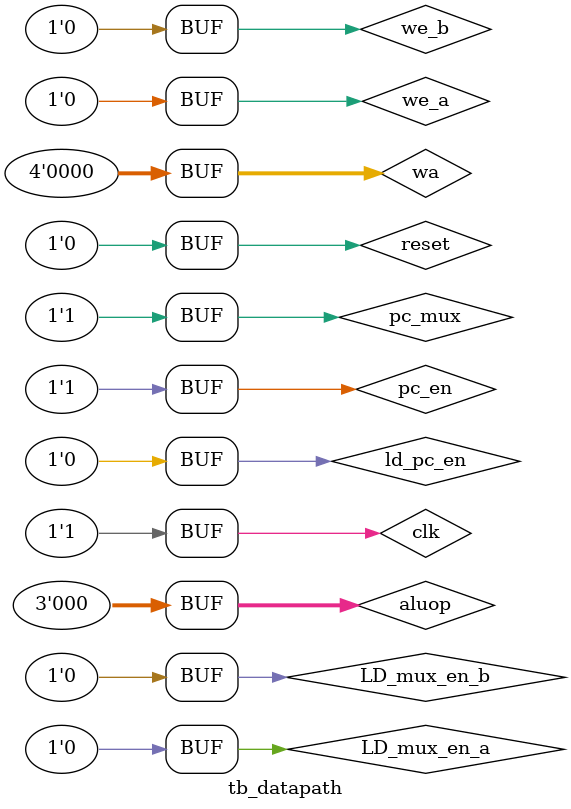
<source format=v>
`timescale 1ns / 1ps
module tb_datapath;



reg clk, regwrite, reset;
reg [3:0] wa;
reg [2:0] aluop;
reg  we_a, we_b, LD_mux_en_a, LD_mux_en_b, pc_en, ld_pc_en,pc_mux; 
wire [3:0] ra1, ra2;
wire [15:0] wd, rd1, rd2;
wire [15:0] pc_counter,result, addr_a, addr_b;
wire [15:0] q_a, q_b;
  

datapath	DP (reset, clk, regwrite, wa, aluop, we_a, 
	we_b, LD_mux_en_a, LD_mux_en_b, pc_en, ld_pc_en,pc_mux);

initial begin
clk = 0;
reset = 1;

wa = 0;
aluop = 0;
we_a = 0;
we_b = 0;
LD_mux_en_a = 0;
LD_mux_en_b = 0;
pc_en = 0;
ld_pc_en = 0;
pc_mux = 0;
#5

// test
clk = ~clk;
reset = 0;
wa = 0;
aluop = 3'b000;
we_a = 0;
we_b = 0;
LD_mux_en_a = 0;
LD_mux_en_b = 0;
pc_en = 1;
ld_pc_en = 0;
pc_mux = 1;
#5;

end

endmodule 

</source>
